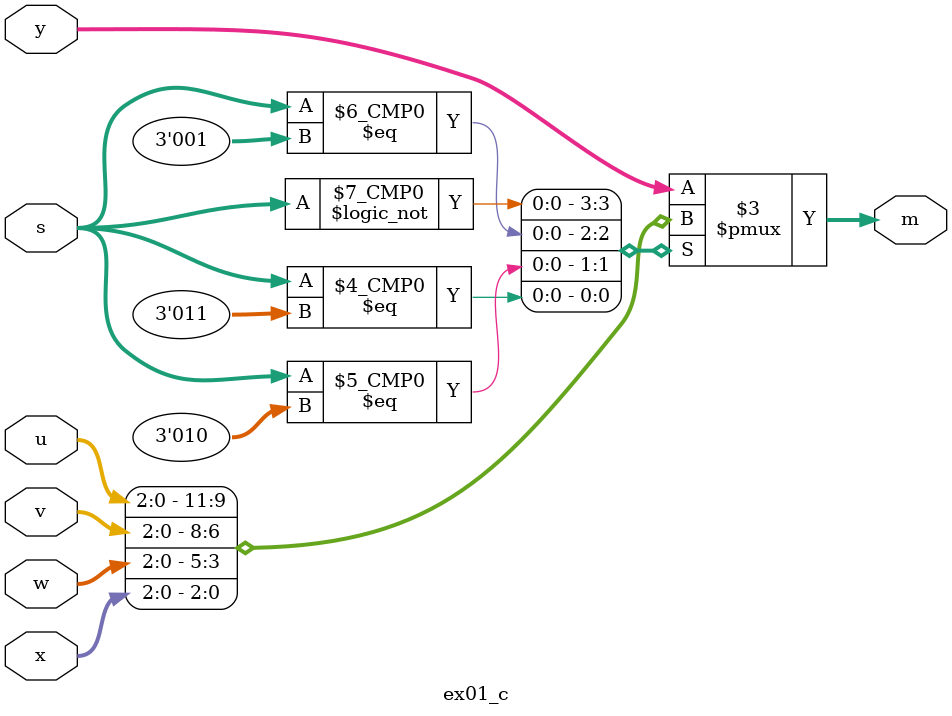
<source format=v>
module ex01_a(s, u, v, w, x, y, m);

	parameter MUX_WIDTH = 3;

	input [MUX_WIDTH-1:0] s;
	input u;
	input v;
	input w;
	input x;
	input y;
	output m;

	wire uv;   
	wire wx; 
	wire uvwx_s1; 

	assign uv = s[0] ? v : u ;
	assign wx = s[0] ? x : w ;
	assign uvwx_s1 = s[1] ? wx : uv ;
	assign m = s[2] ? y : uvwx_s1 ;

endmodule


module ex01_b(s, u, v, w, x, y, m);

	parameter MUX_WIDTH = 3;
	parameter DATA_WIDTH = 1;

	input  [MUX_WIDTH-1:0] s;
	input  [DATA_WIDTH-1:0] u;
	input  [DATA_WIDTH-1:0] v;
	input  [DATA_WIDTH-1:0] w;
	input  [DATA_WIDTH-1:0] x;
	input  [DATA_WIDTH-1:0] y;

	output [DATA_WIDTH-1:0] m;

	reg    [DATA_WIDTH-1:0] m;

	always @(*)
	begin
		case(s)
			3'b000: begin
				m = u;
			end
			3'b001: begin
				m = v;
			end
			3'b010: begin
				m = w;
			end
			3'b011: begin
				m = x;
			end
			default: begin
				m = y;
			end
		endcase
	end

endmodule


module ex01_c(s, u, v, w, x, y, m);

	parameter MUX_WIDTH = 3;
	parameter DATA_WIDTH = 3;

	input  [MUX_WIDTH-1:0] s;

	input  [DATA_WIDTH-1:0] u;
	input  [DATA_WIDTH-1:0] v;
	input  [DATA_WIDTH-1:0] w;
	input  [DATA_WIDTH-1:0] x;
	input  [DATA_WIDTH-1:0] y;

	output [DATA_WIDTH-1:0] m;

	reg    [DATA_WIDTH-1:0] m;

	always @(*)
	begin
		case(s)
			3'b000: begin
				m = u;
			end
			3'b001: begin
				m = v;
			end
			3'b010: begin
				m = w;
			end
			3'b011: begin
				m = x;
			end
			default: begin
				m = y;
			end
		endcase
	end

endmodule

</source>
